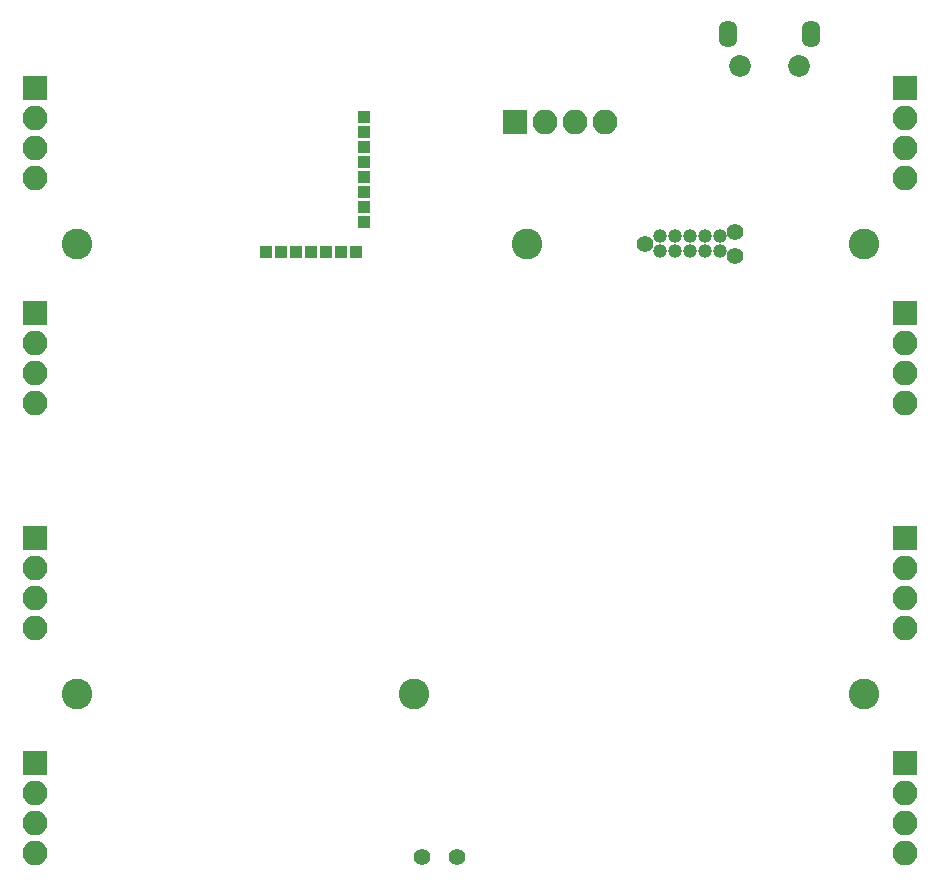
<source format=gbr>
G04 #@! TF.GenerationSoftware,KiCad,Pcbnew,(5.0.0)*
G04 #@! TF.CreationDate,2019-02-01T23:10:10-06:00*
G04 #@! TF.ProjectId,4x4_backpack,3478345F6261636B7061636B2E6B6963,rev?*
G04 #@! TF.SameCoordinates,Original*
G04 #@! TF.FileFunction,Soldermask,Bot*
G04 #@! TF.FilePolarity,Negative*
%FSLAX46Y46*%
G04 Gerber Fmt 4.6, Leading zero omitted, Abs format (unit mm)*
G04 Created by KiCad (PCBNEW (5.0.0)) date 02/01/19 23:10:10*
%MOMM*%
%LPD*%
G01*
G04 APERTURE LIST*
%ADD10C,1.850000*%
%ADD11O,1.600000X2.300000*%
%ADD12R,2.100000X2.100000*%
%ADD13O,2.100000X2.100000*%
%ADD14C,2.600000*%
%ADD15C,1.400000*%
%ADD16C,1.390600*%
%ADD17C,1.187400*%
%ADD18R,1.035000X1.035000*%
G04 APERTURE END LIST*
D10*
G04 #@! TO.C,J17*
X142200000Y-80329500D03*
X137200000Y-80329500D03*
D11*
X143200000Y-77629500D03*
X136200000Y-77629500D03*
G04 #@! TD*
D12*
G04 #@! TO.C,J1*
X77470000Y-82232500D03*
D13*
X77470000Y-84772500D03*
X77470000Y-87312500D03*
X77470000Y-89852500D03*
G04 #@! TD*
G04 #@! TO.C,J2*
X77470000Y-108902500D03*
X77470000Y-106362500D03*
X77470000Y-103822500D03*
D12*
X77470000Y-101282500D03*
G04 #@! TD*
G04 #@! TO.C,J3*
X77470000Y-120332500D03*
D13*
X77470000Y-122872500D03*
X77470000Y-125412500D03*
X77470000Y-127952500D03*
G04 #@! TD*
G04 #@! TO.C,J4*
X77470000Y-147002500D03*
X77470000Y-144462500D03*
X77470000Y-141922500D03*
D12*
X77470000Y-139382500D03*
G04 #@! TD*
G04 #@! TO.C,J5*
X151130000Y-82232500D03*
D13*
X151130000Y-84772500D03*
X151130000Y-87312500D03*
X151130000Y-89852500D03*
G04 #@! TD*
G04 #@! TO.C,J6*
X151130000Y-108902500D03*
X151130000Y-106362500D03*
X151130000Y-103822500D03*
D12*
X151130000Y-101282500D03*
G04 #@! TD*
G04 #@! TO.C,J7*
X151130000Y-120332500D03*
D13*
X151130000Y-122872500D03*
X151130000Y-125412500D03*
X151130000Y-127952500D03*
G04 #@! TD*
G04 #@! TO.C,J8*
X151130000Y-147002500D03*
X151130000Y-144462500D03*
X151130000Y-141922500D03*
D12*
X151130000Y-139382500D03*
G04 #@! TD*
G04 #@! TO.C,J9*
X118110000Y-85090000D03*
D13*
X120650000Y-85090000D03*
X123190000Y-85090000D03*
X125730000Y-85090000D03*
G04 #@! TD*
D14*
G04 #@! TO.C,J11*
X81026000Y-133477000D03*
G04 #@! TD*
G04 #@! TO.C,J12*
X147701000Y-95377000D03*
G04 #@! TD*
G04 #@! TO.C,J13*
X147701000Y-133477000D03*
G04 #@! TD*
G04 #@! TO.C,J14*
X109601000Y-133477000D03*
G04 #@! TD*
G04 #@! TO.C,J15*
X119126000Y-95377000D03*
G04 #@! TD*
G04 #@! TO.C,J16*
X81026000Y-95377000D03*
G04 #@! TD*
D15*
G04 #@! TO.C,SW1*
X110260000Y-147320000D03*
X113260000Y-147320000D03*
G04 #@! TD*
D16*
G04 #@! TO.C,J10*
X136779000Y-96393000D03*
X136779000Y-94361000D03*
X129159000Y-95377000D03*
D17*
X130429000Y-94742000D03*
X131699000Y-94742000D03*
X132969000Y-94742000D03*
X134239000Y-94742000D03*
X135509000Y-94742000D03*
X135509000Y-96012000D03*
X134239000Y-96012000D03*
X132969000Y-96012000D03*
X131699000Y-96012000D03*
X130429000Y-96012000D03*
G04 #@! TD*
D18*
G04 #@! TO.C,U1*
X105339000Y-84620000D03*
X105339000Y-85890000D03*
X105339000Y-87160000D03*
X105339000Y-88430000D03*
X105339000Y-89700000D03*
X105339000Y-90970000D03*
X105339000Y-92240000D03*
X105339000Y-93510000D03*
X97084000Y-96050000D03*
X98354000Y-96050000D03*
X99624000Y-96050000D03*
X104704000Y-96050000D03*
X103434000Y-96050000D03*
X102164000Y-96050000D03*
X100894000Y-96050000D03*
G04 #@! TD*
M02*

</source>
